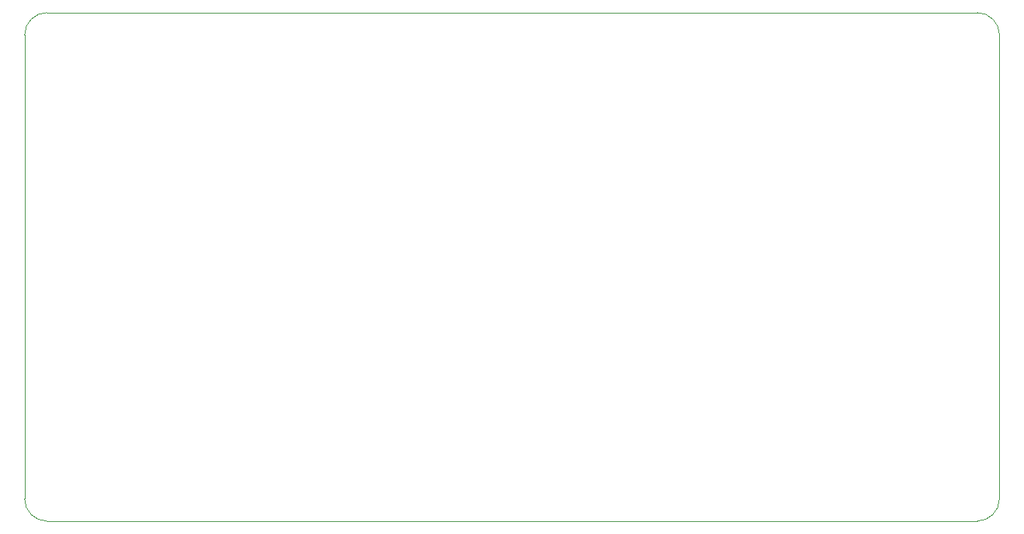
<source format=gbr>
%TF.GenerationSoftware,KiCad,Pcbnew,8.0.1-8.0.1-0~ubuntu23.10.1*%
%TF.CreationDate,2024-04-27T18:00:35-04:00*%
%TF.ProjectId,FunnyNumpad,46756e6e-794e-4756-9d70-61642e6b6963,rev?*%
%TF.SameCoordinates,Original*%
%TF.FileFunction,Profile,NP*%
%FSLAX46Y46*%
G04 Gerber Fmt 4.6, Leading zero omitted, Abs format (unit mm)*
G04 Created by KiCad (PCBNEW 8.0.1-8.0.1-0~ubuntu23.10.1) date 2024-04-27 18:00:35*
%MOMM*%
%LPD*%
G01*
G04 APERTURE LIST*
%TA.AperFunction,Profile*%
%ADD10C,0.050000*%
%TD*%
G04 APERTURE END LIST*
D10*
X55959375Y-118943750D02*
X55959375Y-66793750D01*
X165496875Y-118943750D02*
G75*
G02*
X162996875Y-121443775I-2499975J-50D01*
G01*
X165496875Y-66793750D02*
X165496875Y-118943750D01*
X58459375Y-64293750D02*
X162996875Y-64293750D01*
X162996875Y-121443750D02*
X58459375Y-121443750D01*
X58459375Y-121443750D02*
G75*
G02*
X55959450Y-118943750I25J2499950D01*
G01*
X55959375Y-66793750D02*
G75*
G02*
X58459375Y-64293755I2499895J100D01*
G01*
X162996875Y-64293750D02*
G75*
G02*
X165496850Y-66793750I25J-2499950D01*
G01*
M02*

</source>
